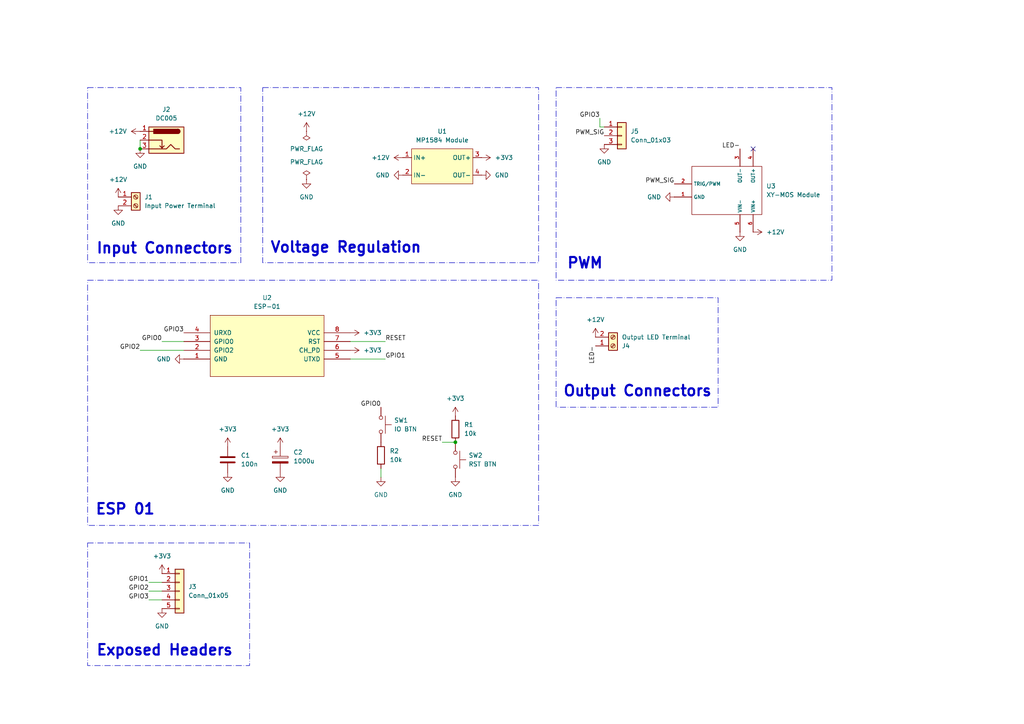
<source format=kicad_sch>
(kicad_sch (version 20250114) (generator "eeschema") (generator_version "9.0")
  (paper "A4")
  (title_block (title "DimLED") (date "2025-08-17") (rev "Mark II b") (company "TQ Labs") (comment 1 "Designed by Tanishq Manuja") (comment 2 "ESP01 PWM Dimmer"))
  (lib_symbols
    (symbol "0_Custom:ESP-01" (pin_names (offset 1.016))
      (property "Reference" "U" (at 0 -2.54 0))
      (property "Value" "ESP-01" (at 0 2.54 0))
      (symbol "ESP-01_1_0"
        (rectangle (start -16.51 8.89) (end 16.51 -8.89) (fill (type background)))
      )
      (symbol "ESP-01_1_1"
        (pin output line (at -24.13 3.81 0) (length 7.62) (name "UTXD") (number "5"))
        (pin input line (at -24.13 1.27 0) (length 7.62) (name "CH_PD") (number "6"))
        (pin input line (at -24.13 -1.27 0) (length 7.62) (name "RST") (number "7"))
        (pin power_in line (at -24.13 -3.81 0) (length 7.62) (name "VCC") (number "8"))
        (pin power_in line (at 24.13 3.81 180) (length 7.62) (name "GND") (number "1"))
        (pin tri_state line (at 24.13 1.27 180) (length 7.62) (name "GPIO2") (number "2"))
        (pin tri_state line (at 24.13 -1.27 180) (length 7.62) (name "GPIO0") (number "3"))
        (pin input line (at 24.13 -3.81 180) (length 7.62) (name "URXD") (number "4"))
      )
    )
    (symbol "0_Custom:MP1584_Module"
      (property "Reference" "U" (at -8.382 6.604 0))
      (property "Value" "MP1584 Module" (at 0 -7.366 0))
      (symbol "MP1584_Module_1_0"
        (pin power_in line (at -11.43 2.54 0) (length 2.54) (name "IN+") (number "1"))
        (pin power_in line (at -11.43 -2.54 0) (length 2.54) (name "IN-") (number "2"))
        (pin power_out line (at 11.43 2.54 180) (length 2.54) (name "OUT+") (number "3"))
        (pin passive line (at 11.43 -2.54 180) (length 2.54) (name "OUT-") (number "4"))
      )
      (symbol "MP1584_Module_1_1"
        (rectangle (start -8.89 5.08) (end 8.89 -5.08) (fill (type background)))
      )
    )
    (symbol "0_Custom:XY-MOS_Module"
      (property "Reference" "U" (at -9.652 9.144 0))
      (property "Value" "XY-MOS Module" (at -7.112 -9.144 0))
      (symbol "XY-MOS_Module_0_0"
        (pin input line (at -15.24 2.54 0) (length 5.08) (name "TRIG/PWM") (number "2"))
        (pin input line (at -15.24 -1.27 0) (length 5.08) (name "GND") (number "1"))
        (pin output line (at 3.81 12.7 270) (length 5.08) (name "OUT-") (number "3"))
        (pin input line (at 3.81 -11.43 90) (length 5.08) (name "VIN-") (number "5"))
        (pin output line (at 7.62 12.7 270) (length 5.08) (name "OUT+") (number "4"))
        (pin input line (at 7.62 -11.43 90) (length 5.08) (name "VIN+") (number "6"))
      )
      (symbol "XY-MOS_Module_0_1"
        (rectangle (start -10.16 7.62) (end 10.16 -6.35))
      )
    )
    (symbol "Connector:Barrel_Jack_Switch_Pin3Ring" (pin_names (hide yes))
      (property "Reference" "J" (at 0 5.334 0))
      (property "Value" "Barrel_Jack_Switch_Pin3Ring" (at 0 -5.08 0))
      (symbol "Barrel_Jack_Switch_Pin3Ring_0_1"
        (rectangle (start -5.08 3.81) (end 5.08 -3.81) (stroke (width 0.254)) (fill (type background)))
        (polyline (pts (xy -3.81 -2.54) (xy -2.54 -2.54) (xy -1.27 -1.27) (xy 0 -2.54) (xy 2.54 -2.54) (xy 5.08 -2.54)) (stroke (width 0.254)))
        (arc (start -3.302 1.905) (mid -3.9343 2.54) (end -3.302 3.175) (stroke (width 0.254)))
        (arc (start -3.302 1.905) (mid -3.9343 2.54) (end -3.302 3.175) (stroke (width 0.254)) (fill (type outline)))
        (polyline (pts (xy 1.27 -2.286) (xy 1.905 -1.651)) (stroke (width 0.254)))
        (rectangle (start 3.683 3.175) (end -3.302 1.905) (stroke (width 0.254)) (fill (type outline)))
        (polyline (pts (xy 5.08 2.54) (xy 3.81 2.54)) (stroke (width 0.254)))
        (polyline (pts (xy 5.08 0) (xy 1.27 0) (xy 1.27 -2.286) (xy 0.635 -1.651)) (stroke (width 0.254)))
      )
      (symbol "Barrel_Jack_Switch_Pin3Ring_1_1"
        (pin passive line (at 7.62 2.54 180) (length 2.54) (name "~") (number "1"))
        (pin passive line (at 7.62 0 180) (length 2.54) (name "~") (number "2"))
        (pin passive line (at 7.62 -2.54 180) (length 2.54) (name "~") (number "3"))
      )
    )
    (symbol "Connector:Screw_Terminal_01x02" (pin_names (offset 1.016) (hide yes))
      (property "Reference" "J" (at 0 2.54 0))
      (property "Value" "Screw_Terminal_01x02" (at 0 -5.08 0))
      (symbol "Screw_Terminal_01x02_1_1"
        (rectangle (start -1.27 1.27) (end 1.27 -3.81) (stroke (width 0.254)) (fill (type background)))
        (polyline (pts (xy -0.5334 0.3302) (xy 0.3302 -0.508)) (stroke (width 0.1524)))
        (polyline (pts (xy -0.5334 -2.2098) (xy 0.3302 -3.048)) (stroke (width 0.1524)))
        (polyline (pts (xy -0.3556 0.508) (xy 0.508 -0.3302)) (stroke (width 0.1524)))
        (polyline (pts (xy -0.3556 -2.032) (xy 0.508 -2.8702)) (stroke (width 0.1524)))
        (circle (center 0 0) (radius 0.635) (stroke (width 0.1524)))
        (circle (center 0 -2.54) (radius 0.635) (stroke (width 0.1524)))
        (pin passive line (at -5.08 0 0) (length 3.81) (name "Pin_1") (number "1"))
        (pin passive line (at -5.08 -2.54 0) (length 3.81) (name "Pin_2") (number "2"))
      )
    )
    (symbol "Connector_Generic:Conn_01x03" (pin_names (offset 1.016) (hide yes))
      (property "Reference" "J" (at 0 5.08 0))
      (property "Value" "Conn_01x03" (at 0 -5.08 0))
      (symbol "Conn_01x03_1_1"
        (rectangle (start -1.27 3.81) (end 1.27 -3.81) (stroke (width 0.254)) (fill (type background)))
        (rectangle (start -1.27 2.667) (end 0 2.413) (stroke (width 0.1524)))
        (rectangle (start -1.27 0.127) (end 0 -0.127) (stroke (width 0.1524)))
        (rectangle (start -1.27 -2.413) (end 0 -2.667) (stroke (width 0.1524)))
        (pin passive line (at -5.08 2.54 0) (length 3.81) (name "Pin_1") (number "1"))
        (pin passive line (at -5.08 0 0) (length 3.81) (name "Pin_2") (number "2"))
        (pin passive line (at -5.08 -2.54 0) (length 3.81) (name "Pin_3") (number "3"))
      )
    )
    (symbol "Connector_Generic:Conn_01x05" (pin_names (offset 1.016) (hide yes))
      (property "Reference" "J" (at 0 7.62 0))
      (property "Value" "Conn_01x05" (at 0 -7.62 0))
      (symbol "Conn_01x05_1_1"
        (rectangle (start -1.27 6.35) (end 1.27 -6.35) (stroke (width 0.254)) (fill (type background)))
        (rectangle (start -1.27 5.207) (end 0 4.953) (stroke (width 0.1524)))
        (rectangle (start -1.27 2.667) (end 0 2.413) (stroke (width 0.1524)))
        (rectangle (start -1.27 0.127) (end 0 -0.127) (stroke (width 0.1524)))
        (rectangle (start -1.27 -2.413) (end 0 -2.667) (stroke (width 0.1524)))
        (rectangle (start -1.27 -4.953) (end 0 -5.207) (stroke (width 0.1524)))
        (pin passive line (at -5.08 5.08 0) (length 3.81) (name "Pin_1") (number "1"))
        (pin passive line (at -5.08 2.54 0) (length 3.81) (name "Pin_2") (number "2"))
        (pin passive line (at -5.08 0 0) (length 3.81) (name "Pin_3") (number "3"))
        (pin passive line (at -5.08 -2.54 0) (length 3.81) (name "Pin_4") (number "4"))
        (pin passive line (at -5.08 -5.08 0) (length 3.81) (name "Pin_5") (number "5"))
      )
    )
    (symbol "Device:C" (pin_numbers (hide yes)) (pin_names (offset 0.254))
      (property "Reference" "C" (at 0.635 2.54 0))
      (property "Value" "C" (at 0.635 -2.54 0))
      (symbol "C_0_1"
        (polyline (pts (xy -2.032 0.762) (xy 2.032 0.762)) (stroke (width 0.508)))
        (polyline (pts (xy -2.032 -0.762) (xy 2.032 -0.762)) (stroke (width 0.508)))
      )
      (symbol "C_1_1"
        (pin passive line (at 0 3.81 270) (length 2.794) (name "~") (number "1"))
        (pin passive line (at 0 -3.81 90) (length 2.794) (name "~") (number "2"))
      )
    )
    (symbol "Device:C_Polarized" (pin_numbers (hide yes)) (pin_names (offset 0.254))
      (property "Reference" "C" (at 0.635 2.54 0))
      (property "Value" "C_Polarized" (at 0.635 -2.54 0))
      (symbol "C_Polarized_0_1"
        (rectangle (start -2.286 0.508) (end 2.286 1.016))
        (polyline (pts (xy -1.778 2.286) (xy -0.762 2.286)))
        (polyline (pts (xy -1.27 2.794) (xy -1.27 1.778)))
        (rectangle (start 2.286 -0.508) (end -2.286 -1.016) (fill (type outline)))
      )
      (symbol "C_Polarized_1_1"
        (pin passive line (at 0 3.81 270) (length 2.794) (name "~") (number "1"))
        (pin passive line (at 0 -3.81 90) (length 2.794) (name "~") (number "2"))
      )
    )
    (symbol "Device:R" (pin_numbers (hide yes)) (pin_names (offset 0))
      (property "Reference" "R" (at 2.032 0 90))
      (property "Value" "R" (at 0 0 90))
      (symbol "R_0_1"
        (rectangle (start -1.016 -2.54) (end 1.016 2.54) (stroke (width 0.254)))
      )
      (symbol "R_1_1"
        (pin passive line (at 0 3.81 270) (length 1.27) (name "~") (number "1"))
        (pin passive line (at 0 -3.81 90) (length 1.27) (name "~") (number "2"))
      )
    )
    (symbol "Switch:SW_Push" (pin_numbers (hide yes)) (pin_names (offset 1.016) (hide yes))
      (property "Reference" "SW" (at 1.27 2.54 0))
      (property "Value" "SW_Push" (at 0 -1.524 0))
      (symbol "SW_Push_0_1"
        (circle (center -2.032 0) (radius 0.508))
        (polyline (pts (xy 0 1.27) (xy 0 3.048)))
        (circle (center 2.032 0) (radius 0.508))
        (polyline (pts (xy 2.54 1.27) (xy -2.54 1.27)))
        (pin passive line (at -5.08 0 0) (length 2.54) (name "1") (number "1"))
        (pin passive line (at 5.08 0 180) (length 2.54) (name "2") (number "2"))
      )
    )
    (symbol "power:+12V" (power) (pin_numbers (hide yes)) (pin_names (offset 0) (hide yes))
      (property "Value" "+12V" (at 0 3.556 0))
      (symbol "+12V_0_1"
        (polyline (pts (xy -0.762 1.27) (xy 0 2.54)))
        (polyline (pts (xy 0 2.54) (xy 0.762 1.27)))
        (polyline (pts (xy 0 0) (xy 0 2.54)))
      )
      (symbol "+12V_1_1"
        (pin power_in line (at 0 0 90) (length 0) (name "~") (number "1"))
      )
    )
    (symbol "power:+3V3" (power) (pin_numbers (hide yes)) (pin_names (offset 0) (hide yes))
      (property "Value" "+3V3" (at 0 3.556 0))
      (symbol "+3V3_0_1"
        (polyline (pts (xy -0.762 1.27) (xy 0 2.54)))
        (polyline (pts (xy 0 2.54) (xy 0.762 1.27)))
        (polyline (pts (xy 0 0) (xy 0 2.54)))
      )
      (symbol "+3V3_1_1"
        (pin power_in line (at 0 0 90) (length 0) (name "~") (number "1"))
      )
    )
    (symbol "power:GND" (power) (pin_numbers (hide yes)) (pin_names (offset 0) (hide yes))
      (property "Value" "GND" (at 0 -3.81 0))
      (symbol "GND_0_1"
        (polyline (pts (xy 0 0) (xy 0 -1.27) (xy 1.27 -1.27) (xy 0 -2.54) (xy -1.27 -1.27) (xy 0 -1.27)))
      )
      (symbol "GND_1_1"
        (pin power_in line (at 0 0 270) (length 0) (name "~") (number "1"))
      )
    )
    (symbol "power:PWR_FLAG" (power) (pin_numbers (hide yes)) (pin_names (offset 0) (hide yes))
      (property "Value" "PWR_FLAG" (at 0 3.81 0))
      (symbol "PWR_FLAG_0_0"
        (pin power_out line (at 0 0 90) (length 0) (name "~") (number "1"))
      )
      (symbol "PWR_FLAG_0_1"
        (polyline (pts (xy 0 0) (xy 0 1.27) (xy -1.016 1.905) (xy 0 2.54) (xy 1.016 1.905) (xy 0 1.27)))
      )
    )
  )
  (rectangle (start 76.2 25.4) (end 156.21 76.2) (stroke (width 0) (type dash_dot)))
  (rectangle (start 161.29 25.4) (end 241.3 81.28) (stroke (width 0) (type dash_dot)))
  (rectangle (start 25.4 157.48) (end 72.39 193.04) (stroke (width 0) (type dash_dot)))
  (rectangle (start 25.4 81.28) (end 156.21 152.4) (stroke (width 0) (type dash_dot)))
  (rectangle (start 25.4 25.4) (end 69.85 76.2) (stroke (width 0) (type dash_dot)))
  (rectangle (start 161.29 86.36) (end 208.28 118.11) (stroke (width 0) (type dash_dot)))
  (text "Input Connectors" (at 47.752 72.136 0) (effects (font (size 3.048 3.048) (thickness 0.6096) (bold yes))))
  (text "Voltage Regulation" (at 100.33 71.882 0) (effects (font (size 3.048 3.048) (thickness 0.6096) (bold yes))))
  (text "Output Connectors" (at 184.912 113.538 0) (effects (font (size 3.048 3.048) (thickness 0.6096) (bold yes))))
  (text "ESP 01" (at 36.322 147.828 0) (effects (font (size 3.048 3.048) (thickness 0.6096) (bold yes))))
  (text "PWM" (at 169.672 76.454 0) (effects (font (size 3.048 3.048) (thickness 0.6096) (bold yes))))
  (text "Exposed Headers" (at 47.752 188.722 0) (effects (font (size 3.048 3.048) (thickness 0.6096) (bold yes))))
  (junction (at 132.08 128.27))
  (junction (at 40.64 43.18))
  (no_connect (at 218.44 43.18))
  (wire (pts (xy 173.99 36.83) (xy 173.99 34.29)))
  (wire (pts (xy 43.18 171.45) (xy 46.99 171.45)))
  (wire (pts (xy 40.64 40.64) (xy 40.64 43.18)))
  (wire (pts (xy 43.18 173.99) (xy 46.99 173.99)))
  (wire (pts (xy 46.99 99.06) (xy 53.34 99.06)))
  (wire (pts (xy 43.18 168.91) (xy 46.99 168.91)))
  (wire (pts (xy 101.6 104.14) (xy 111.76 104.14)))
  (wire (pts (xy 128.27 128.27) (xy 132.08 128.27)))
  (wire (pts (xy 40.64 101.6) (xy 53.34 101.6)))
  (wire (pts (xy 110.49 135.89) (xy 110.49 138.43)))
  (wire (pts (xy 175.26 36.83) (xy 173.99 36.83)))
  (wire (pts (xy 101.6 99.06) (xy 111.76 99.06)))
  (label "PWM_SIG" (at 195.58 53.34 180))
  (label "GPIO3" (at 43.18 173.99 180))
  (label "GPIO1" (at 43.18 168.91 180))
  (label "PWM_SIG" (at 175.26 39.37 180))
  (label "GPIO0" (at 110.49 118.11 180))
  (label "GPIO2" (at 43.18 171.45 180))
  (label "GPIO1" (at 111.76 104.14 0))
  (label "GPIO3" (at 173.99 34.29 180))
  (label "LED-" (at 214.63 43.18 180))
  (label "GPIO0" (at 46.99 99.06 180))
  (label "LED-" (at 172.72 100.33 270))
  (label "RESET" (at 128.27 128.27 180))
  (label "RESET" (at 111.76 99.06 0))
  (label "GPIO3" (at 53.34 96.52 180))
  (label "GPIO2" (at 40.64 101.6 180))
  (symbol (lib_id "0_Custom:XY-MOS_Module") (at 210.82 55.88 0) (unit 1)
    (property "Reference" "U3" (at 222.25 53.9749 0) (effects (justify left)))
    (property "Value" "XY-MOS Module" (at 222.25 56.5149 0) (effects (justify left)))
    (property "Footprint" "0_Custom:XY_MOS-Module_Mounted" (effects (hide yes)))
    (property "Robu.in" "https://robu.in/product/switch-drive-high-power-mosfet-trigger-module/" (effects (hide yes)))
  )
  (symbol (lib_id "power:+12V") (at 218.44 67.31 270) (unit 1)
    (property "Reference" "#PWR020" (effects (hide yes)))
    (property "Value" "+12V" (at 222.25 67.3099 90) (effects (justify left)))
    (property "Description" "Power symbol creates a global label with name \"+12V\"" (effects (hide yes)))
  )
  (symbol (lib_id "power:GND") (at 88.9 52.07 0) (unit 1)
    (property "Reference" "#PWR06" (effects (hide yes)))
    (property "Value" "GND" (at 88.9 57.15 0))
    (property "Description" "Power symbol creates a global label with name \"GND\" , ground" (effects (hide yes)))
  )
  (symbol (lib_id "power:GND") (at 66.04 137.16 0) (unit 1)
    (property "Reference" "#PWR015" (effects (hide yes)))
    (property "Value" "GND" (at 66.04 142.24 0))
    (property "Description" "Power symbol creates a global label with name \"GND\" , ground" (effects (hide yes)))
  )
  (symbol (lib_id "Device:R") (at 132.08 124.46 0) (unit 1)
    (property "Reference" "R1" (at 134.62 123.1899 0) (effects (justify left)))
    (property "Value" "10k" (at 134.62 125.7299 0) (effects (justify left)))
    (property "Footprint" "Resistor_THT:R_Axial_DIN0207_L6.3mm_D2.5mm_P7.62mm_Horizontal" (effects (hide yes)))
    (property "Description" "Resistor" (effects (hide yes)))
    (property "Robu.in" "https://robu.in/product/10k-ohm-0-25w-metal-film-resistor-pack-of-100/" (effects (hide yes)))
  )
  (symbol (lib_id "Switch:SW_Push") (at 110.49 123.19 270) (unit 1)
    (property "Reference" "SW1" (at 114.3 121.9199 90) (effects (justify left)))
    (property "Value" "IO BTN" (at 114.3 124.4599 90) (effects (justify left)))
    (property "Footprint" "Button_Switch_THT:SW_PUSH_6mm" (effects (hide yes)))
    (property "Description" "Push button switch, generic, two pins" (effects (hide yes)))
    (property "Robu.in" "https://robu.in/product/6x6x5-tactile-push-button-switch/" (effects (hide yes)))
  )
  (symbol (lib_id "power:GND") (at 195.58 57.15 270) (unit 1)
    (property "Reference" "#PWR017" (effects (hide yes)))
    (property "Value" "GND" (at 191.77 57.1499 90) (effects (justify right)))
    (property "Description" "Power symbol creates a global label with name \"GND\" , ground" (effects (hide yes)))
  )
  (symbol (lib_id "power:GND") (at 132.08 138.43 0) (unit 1)
    (property "Reference" "#PWR011" (effects (hide yes)))
    (property "Value" "GND" (at 132.08 143.51 0))
    (property "Description" "Power symbol creates a global label with name \"GND\" , ground" (effects (hide yes)))
  )
  (symbol (lib_id "power:PWR_FLAG") (at 88.9 52.07 0) (unit 1)
    (property "Reference" "#FLG02" (effects (hide yes)))
    (property "Value" "PWR_FLAG" (at 88.9 46.99 0))
    (property "Description" "Special symbol for telling ERC where power comes from" (effects (hide yes)))
  )
  (symbol (lib_id "power:GND") (at 214.63 67.31 0) (unit 1)
    (property "Reference" "#PWR018" (effects (hide yes)))
    (property "Value" "GND" (at 214.63 72.39 0))
    (property "Description" "Power symbol creates a global label with name \"GND\" , ground" (effects (hide yes)))
  )
  (symbol (lib_id "power:GND") (at 40.64 43.18 0) (mirror y) (unit 1)
    (property "Reference" "#PWR023" (effects (hide yes)))
    (property "Value" "GND" (at 40.64 48.26 0))
    (property "Description" "Power symbol creates a global label with name \"GND\" , ground" (effects (hide yes)))
  )
  (symbol (lib_id "power:PWR_FLAG") (at 88.9 38.1 180) (unit 1)
    (property "Reference" "#FLG01" (effects (hide yes)))
    (property "Value" "PWR_FLAG" (at 88.9 43.18 0))
    (property "Description" "Special symbol for telling ERC where power comes from" (effects (hide yes)))
  )
  (symbol (lib_id "Device:R") (at 110.49 132.08 0) (unit 1)
    (property "Reference" "R2" (at 113.03 130.8099 0) (effects (justify left)))
    (property "Value" "10k" (at 113.03 133.3499 0) (effects (justify left)))
    (property "Footprint" "Resistor_THT:R_Axial_DIN0207_L6.3mm_D2.5mm_P7.62mm_Horizontal" (effects (hide yes)))
    (property "Description" "Resistor" (effects (hide yes)))
    (property "Robu.in" "https://robu.in/product/10k-ohm-0-25w-metal-film-resistor-pack-of-100/" (effects (hide yes)))
  )
  (symbol (lib_id "power:+12V") (at 88.9 38.1 0) (unit 1)
    (property "Reference" "#PWR05" (effects (hide yes)))
    (property "Value" "+12V" (at 88.9 33.02 0))
    (property "Description" "Power symbol creates a global label with name \"+12V\"" (effects (hide yes)))
  )
  (symbol (lib_id "power:+3V3") (at 101.6 101.6 270) (unit 1)
    (property "Reference" "#PWR09" (effects (hide yes)))
    (property "Value" "+3V3" (at 105.41 101.5999 90) (effects (justify left)))
    (property "Description" "Power symbol creates a global label with name \"+3V3\"" (effects (hide yes)))
  )
  (symbol (lib_id "Device:C") (at 66.04 133.35 0) (unit 1)
    (property "Reference" "C1" (at 69.85 132.0799 0) (effects (justify left)))
    (property "Value" "100n" (at 69.85 134.6199 0) (effects (justify left)))
    (property "Footprint" "Capacitor_THT:C_Disc_D3.0mm_W2.0mm_P2.50mm" (effects (hide yes)))
    (property "Description" "Unpolarized capacitor" (effects (hide yes)))
    (property "Robu.in" "https://robu.in/product/100nf-50v-through-hole-multilayer-ceramic-capacitor/" (effects (hide yes)))
  )
  (symbol (lib_id "power:+3V3") (at 132.08 120.65 0) (unit 1)
    (property "Reference" "#PWR012" (effects (hide yes)))
    (property "Value" "+3V3" (at 132.08 115.57 0))
    (property "Description" "Power symbol creates a global label with name \"+3V3\"" (effects (hide yes)))
  )
  (symbol (lib_id "power:GND") (at 53.34 104.14 270) (unit 1)
    (property "Reference" "#PWR07" (effects (hide yes)))
    (property "Value" "GND" (at 49.53 104.1399 90) (effects (justify right)))
    (property "Description" "Power symbol creates a global label with name \"GND\" , ground" (effects (hide yes)))
  )
  (symbol (lib_id "Connector:Screw_Terminal_01x02") (at 177.8 100.33 0) (mirror x) (unit 1)
    (property "Reference" "J4" (at 180.34 100.3301 0) (effects (justify left)))
    (property "Value" "Output LED Terminal" (at 180.34 97.7901 0) (effects (justify left)))
    (property "Footprint" "TerminalBlock:TerminalBlock_bornier-2_P5.08mm" (effects (hide yes)))
    (property "Description" "Generic screw terminal, single row, 01x02, script generated (kicad-library-utils/schlib/autogen/connector/)" (effects (hide yes)))
    (property "Robu.in" "https://robu.in/product/xy306a-5-0-xinya-2-pin-screw-terminal-blockblue/" (effects (hide yes)))
  )
  (symbol (lib_id "power:+12V") (at 116.84 45.72 90) (unit 1)
    (property "Reference" "#PWR01" (effects (hide yes)))
    (property "Value" "+12V" (at 113.03 45.7199 90) (effects (justify left)))
    (property "Description" "Power symbol creates a global label with name \"+12V\"" (effects (hide yes)))
  )
  (symbol (lib_id "power:+3V3") (at 101.6 96.52 270) (unit 1)
    (property "Reference" "#PWR08" (effects (hide yes)))
    (property "Value" "+3V3" (at 105.41 96.5199 90) (effects (justify left)))
    (property "Description" "Power symbol creates a global label with name \"+3V3\"" (effects (hide yes)))
  )
  (symbol (lib_id "power:+3V3") (at 81.28 129.54 0) (unit 1)
    (property "Reference" "#PWR014" (effects (hide yes)))
    (property "Value" "+3V3" (at 81.28 124.46 0))
    (property "Description" "Power symbol creates a global label with name \"+3V3\"" (effects (hide yes)))
  )
  (symbol (lib_id "power:+3V3") (at 46.99 166.37 0) (unit 1)
    (property "Reference" "#PWR026" (effects (hide yes)))
    (property "Value" "+3V3" (at 46.99 161.29 0))
    (property "Description" "Power symbol creates a global label with name \"+3V3\"" (effects (hide yes)))
  )
  (symbol (lib_id "power:GND") (at 46.99 176.53 0) (unit 1)
    (property "Reference" "#PWR027" (effects (hide yes)))
    (property "Value" "GND" (at 46.99 181.61 0))
    (property "Description" "Power symbol creates a global label with name \"GND\" , ground" (effects (hide yes)))
  )
  (symbol (lib_id "Switch:SW_Push") (at 132.08 133.35 270) (unit 1)
    (property "Reference" "SW2" (at 135.89 132.0799 90) (effects (justify left)))
    (property "Value" "RST BTN" (at 135.89 134.6199 90) (effects (justify left)))
    (property "Footprint" "Button_Switch_THT:SW_PUSH_6mm" (effects (hide yes)))
    (property "Description" "Push button switch, generic, two pins" (effects (hide yes)))
    (property "Robu.in" "https://robu.in/product/6x6x5-tactile-push-button-switch/" (effects (hide yes)))
  )
  (symbol (lib_id "power:GND") (at 110.49 138.43 0) (unit 1)
    (property "Reference" "#PWR010" (effects (hide yes)))
    (property "Value" "GND" (at 110.49 143.51 0))
    (property "Description" "Power symbol creates a global label with name \"GND\" , ground" (effects (hide yes)))
  )
  (symbol (lib_id "Connector_Generic:Conn_01x05") (at 52.07 171.45 0) (unit 1)
    (property "Reference" "J3" (at 54.61 170.1799 0) (effects (justify left)))
    (property "Value" "Conn_01x05" (at 54.61 172.7199 0) (effects (justify left)))
    (property "Footprint" "Connector_PinHeader_2.54mm:PinHeader_1x05_P2.54mm_Vertical" (effects (hide yes)))
    (property "Description" "Generic connector, single row, 01x05, script generated (kicad-library-utils/schlib/autogen/connector/)" (effects (hide yes)))
  )
  (symbol (lib_id "power:GND") (at 81.28 137.16 0) (unit 1)
    (property "Reference" "#PWR016" (effects (hide yes)))
    (property "Value" "GND" (at 81.28 142.24 0))
    (property "Description" "Power symbol creates a global label with name \"GND\" , ground" (effects (hide yes)))
  )
  (symbol (lib_id "power:GND") (at 139.7 50.8 90) (unit 1)
    (property "Reference" "#PWR03" (effects (hide yes)))
    (property "Value" "GND" (at 143.51 50.7999 90) (effects (justify right)))
    (property "Description" "Power symbol creates a global label with name \"GND\" , ground" (effects (hide yes)))
  )
  (symbol (lib_id "Device:C_Polarized") (at 81.28 133.35 0) (unit 1)
    (property "Reference" "C2" (at 85.09 131.1909 0) (effects (justify left)))
    (property "Value" "1000u" (at 85.09 133.7309 0) (effects (justify left)))
    (property "Footprint" "Capacitor_THT:CP_Radial_D8.0mm_P3.80mm" (effects (hide yes)))
    (property "Description" "Polarized capacitor" (effects (hide yes)))
    (property "Robu.in" "https://robu.in/product/hy1c102m080160cd288-hyncdz-1000uf-16v-92m%cf%89100khz-%c2%b120-1-1a100khz-plugind8xl16mm-aluminum-electrolytic-capacitors-leaded-rohs/" (effects (hide yes)))
  )
  (symbol (lib_id "0_Custom:MP1584_Module") (at 128.27 48.26 0) (unit 1)
    (property "Reference" "U1" (at 128.27 38.1 0))
    (property "Value" "MP1584 Module" (at 128.27 40.64 0))
    (property "Footprint" "0_Custom:MP1584-Module_22.1x16.8mm_Cutout_Mixed" (effects (hide yes)))
    (property "Description" "MP1584 DC-DC Buck Convertor Module" (effects (hide yes)))
    (property "Robu.in" "https://robu.in/product/mini-mp1584-dc-dc-3a-adjustable-buck-module-india/" (effects (hide yes)))
  )
  (symbol (lib_id "Connector_Generic:Conn_01x03") (at 180.34 39.37 0) (unit 1)
    (property "Reference" "J5" (at 182.88 38.0999 0) (effects (justify left)))
    (property "Value" "Conn_01x03" (at 182.88 40.6399 0) (effects (justify left)))
    (property "Footprint" "0_Custom:PinHeader_1x03_L_Reverse_P2.54mm_Vertical" (effects (hide yes)))
    (property "Description" "Generic connector, single row, 01x03, script generated (kicad-library-utils/schlib/autogen/connector/)" (effects (hide yes)))
  )
  (symbol (lib_id "power:GND") (at 34.29 59.69 0) (unit 1)
    (property "Reference" "#PWR019" (effects (hide yes)))
    (property "Value" "GND" (at 34.29 64.77 0))
    (property "Description" "Power symbol creates a global label with name \"GND\" , ground" (effects (hide yes)))
  )
  (symbol (lib_id "power:+12V") (at 34.29 57.15 0) (unit 1)
    (property "Reference" "#PWR021" (effects (hide yes)))
    (property "Value" "+12V" (at 34.29 52.07 0))
    (property "Description" "Power symbol creates a global label with name \"+12V\"" (effects (hide yes)))
  )
  (symbol (lib_id "Connector:Screw_Terminal_01x02") (at 39.37 57.15 0) (unit 1)
    (property "Reference" "J1" (at 41.91 57.1499 0) (effects (justify left)))
    (property "Value" "Input Power Terminal" (at 41.91 59.6899 0) (effects (justify left)))
    (property "Footprint" "TerminalBlock:TerminalBlock_bornier-2_P5.08mm" (effects (hide yes)))
    (property "Description" "Generic screw terminal, single row, 01x02, script generated (kicad-library-utils/schlib/autogen/connector/)" (effects (hide yes)))
    (property "Robu.in" "https://robu.in/product/xy306a-5-0-xinya-2-pin-screw-terminal-blockblue/" (effects (hide yes)))
  )
  (symbol (lib_id "power:+3V3") (at 139.7 45.72 270) (unit 1)
    (property "Reference" "#PWR04" (effects (hide yes)))
    (property "Value" "+3V3" (at 143.51 45.7199 90) (effects (justify left)))
    (property "Description" "Power symbol creates a global label with name \"+3V3\"" (effects (hide yes)))
  )
  (symbol (lib_id "power:+12V") (at 40.64 38.1 90) (mirror x) (unit 1)
    (property "Reference" "#PWR022" (effects (hide yes)))
    (property "Value" "+12V" (at 36.83 38.0999 90) (effects (justify left)))
    (property "Description" "Power symbol creates a global label with name \"+12V\"" (effects (hide yes)))
  )
  (symbol (lib_id "Connector:Barrel_Jack_Switch_Pin3Ring") (at 48.26 40.64 0) (mirror y) (unit 1)
    (property "Reference" "J2" (at 48.26 31.75 0))
    (property "Value" "DC005" (at 48.26 34.29 0))
    (property "Footprint" "0_Custom:DC005" (effects (hide yes)))
    (property "Description" "DC Barrel Jack with an internal switch" (effects (hide yes)))
    (property "Robu.in" "https://robu.in/product/dc-jack-005/" (effects (hide yes)))
  )
  (symbol (lib_id "power:GND") (at 116.84 50.8 270) (unit 1)
    (property "Reference" "#PWR02" (effects (hide yes)))
    (property "Value" "GND" (at 113.03 50.7999 90) (effects (justify right)))
    (property "Description" "Power symbol creates a global label with name \"GND\" , ground" (effects (hide yes)))
  )
  (symbol (lib_id "0_Custom:ESP-01") (at 77.47 100.33 180) (unit 1)
    (property "Reference" "U2" (at 77.47 86.36 0))
    (property "Value" "ESP-01" (at 77.47 88.9 0))
    (property "Footprint" "0_Custom:ESP-01" (effects (hide yes)))
    (property "Datasheet" "http://l0l.org.uk/2014/12/esp8266-modules-hardware-guide-gotta-catch-em-all/" (effects (hide yes)))
    (property "Description" "ESP8266 ESP-01 module, v090" (effects (hide yes)))
    (property "Robu.in" "https://robu.in/product/esp-01-esp8266-serial-wifi-wireless-transceiver-module/" (effects (hide yes)))
  )
  (symbol (lib_id "power:+12V") (at 172.72 97.79 0) (unit 1)
    (property "Reference" "#PWR025" (effects (hide yes)))
    (property "Value" "+12V" (at 172.72 92.71 0))
    (property "Description" "Power symbol creates a global label with name \"+12V\"" (effects (hide yes)))
  )
  (symbol (lib_id "power:+3V3") (at 66.04 129.54 0) (unit 1)
    (property "Reference" "#PWR013" (effects (hide yes)))
    (property "Value" "+3V3" (at 66.04 124.46 0))
    (property "Description" "Power symbol creates a global label with name \"+3V3\"" (effects (hide yes)))
  )
  (symbol (lib_id "power:GND") (at 175.26 41.91 0) (unit 1)
    (property "Reference" "#PWR024" (effects (hide yes)))
    (property "Value" "GND" (at 175.26 46.99 0))
    (property "Description" "Power symbol creates a global label with name \"GND\" , ground" (effects (hide yes)))
  )
)
</source>
